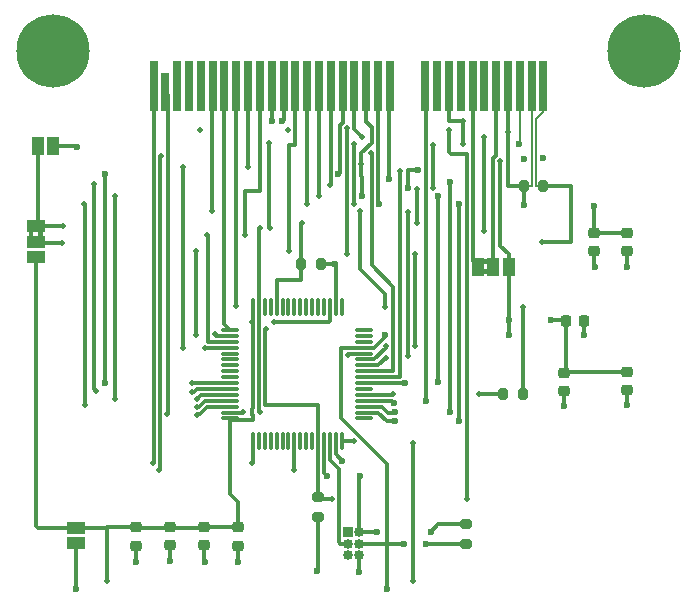
<source format=gbr>
%TF.GenerationSoftware,KiCad,Pcbnew,8.0.6*%
%TF.CreationDate,2024-10-28T16:17:03-03:00*%
%TF.ProjectId,CW312T_STM32F,43573331-3254-45f5-9354-4d3332462e6b,rev?*%
%TF.SameCoordinates,Original*%
%TF.FileFunction,Copper,L1,Top*%
%TF.FilePolarity,Positive*%
%FSLAX46Y46*%
G04 Gerber Fmt 4.6, Leading zero omitted, Abs format (unit mm)*
G04 Created by KiCad (PCBNEW 8.0.6) date 2024-10-28 16:17:03*
%MOMM*%
%LPD*%
G01*
G04 APERTURE LIST*
G04 Aperture macros list*
%AMRoundRect*
0 Rectangle with rounded corners*
0 $1 Rounding radius*
0 $2 $3 $4 $5 $6 $7 $8 $9 X,Y pos of 4 corners*
0 Add a 4 corners polygon primitive as box body*
4,1,4,$2,$3,$4,$5,$6,$7,$8,$9,$2,$3,0*
0 Add four circle primitives for the rounded corners*
1,1,$1+$1,$2,$3*
1,1,$1+$1,$4,$5*
1,1,$1+$1,$6,$7*
1,1,$1+$1,$8,$9*
0 Add four rect primitives between the rounded corners*
20,1,$1+$1,$2,$3,$4,$5,0*
20,1,$1+$1,$4,$5,$6,$7,0*
20,1,$1+$1,$6,$7,$8,$9,0*
20,1,$1+$1,$8,$9,$2,$3,0*%
G04 Aperture macros list end*
%TA.AperFunction,EtchedComponent*%
%ADD10C,0.000000*%
%TD*%
%TA.AperFunction,SMDPad,CuDef*%
%ADD11RoundRect,0.200000X-0.275000X0.200000X-0.275000X-0.200000X0.275000X-0.200000X0.275000X0.200000X0*%
%TD*%
%TA.AperFunction,SMDPad,CuDef*%
%ADD12RoundRect,0.225000X-0.225000X-0.250000X0.225000X-0.250000X0.225000X0.250000X-0.225000X0.250000X0*%
%TD*%
%TA.AperFunction,ConnectorPad*%
%ADD13R,0.700000X4.300000*%
%TD*%
%TA.AperFunction,ConnectorPad*%
%ADD14R,0.700000X3.200000*%
%TD*%
%TA.AperFunction,ComponentPad*%
%ADD15C,1.000000*%
%TD*%
%TA.AperFunction,ComponentPad*%
%ADD16C,6.200000*%
%TD*%
%TA.AperFunction,SMDPad,CuDef*%
%ADD17RoundRect,0.200000X0.200000X0.275000X-0.200000X0.275000X-0.200000X-0.275000X0.200000X-0.275000X0*%
%TD*%
%TA.AperFunction,SMDPad,CuDef*%
%ADD18R,1.500000X1.000000*%
%TD*%
%TA.AperFunction,SMDPad,CuDef*%
%ADD19RoundRect,0.075000X0.662500X0.075000X-0.662500X0.075000X-0.662500X-0.075000X0.662500X-0.075000X0*%
%TD*%
%TA.AperFunction,SMDPad,CuDef*%
%ADD20RoundRect,0.075000X0.075000X0.662500X-0.075000X0.662500X-0.075000X-0.662500X0.075000X-0.662500X0*%
%TD*%
%TA.AperFunction,SMDPad,CuDef*%
%ADD21R,1.000000X1.500000*%
%TD*%
%TA.AperFunction,SMDPad,CuDef*%
%ADD22RoundRect,0.225000X-0.250000X0.225000X-0.250000X-0.225000X0.250000X-0.225000X0.250000X0.225000X0*%
%TD*%
%TA.AperFunction,SMDPad,CuDef*%
%ADD23RoundRect,0.200000X-0.200000X-0.275000X0.200000X-0.275000X0.200000X0.275000X-0.200000X0.275000X0*%
%TD*%
%TA.AperFunction,ComponentPad*%
%ADD24R,0.850000X0.850000*%
%TD*%
%TA.AperFunction,ComponentPad*%
%ADD25O,0.850000X0.850000*%
%TD*%
%TA.AperFunction,ViaPad*%
%ADD26C,0.600000*%
%TD*%
%TA.AperFunction,ViaPad*%
%ADD27C,0.500000*%
%TD*%
%TA.AperFunction,Conductor*%
%ADD28C,0.300000*%
%TD*%
%TA.AperFunction,Conductor*%
%ADD29C,0.200000*%
%TD*%
%TA.AperFunction,Conductor*%
%ADD30C,0.400000*%
%TD*%
G04 APERTURE END LIST*
D10*
%TA.AperFunction,EtchedComponent*%
%TO.C,JP2*%
G36*
X114150000Y-76800000D02*
G01*
X113750000Y-76800000D01*
X113750000Y-76300000D01*
X114150000Y-76300000D01*
X114150000Y-76800000D01*
G37*
%TD.AperFunction*%
%TA.AperFunction,EtchedComponent*%
G36*
X114950000Y-76800000D02*
G01*
X114550000Y-76800000D01*
X114550000Y-76300000D01*
X114950000Y-76300000D01*
X114950000Y-76800000D01*
G37*
%TD.AperFunction*%
%TA.AperFunction,EtchedComponent*%
%TO.C,JP4*%
G36*
X152700000Y-79100000D02*
G01*
X152200000Y-79100000D01*
X152200000Y-78700000D01*
X152700000Y-78700000D01*
X152700000Y-79100000D01*
G37*
%TD.AperFunction*%
%TA.AperFunction,EtchedComponent*%
G36*
X152700000Y-79900000D02*
G01*
X152200000Y-79900000D01*
X152200000Y-79500000D01*
X152700000Y-79500000D01*
X152700000Y-79900000D01*
G37*
%TD.AperFunction*%
%TD*%
D11*
%TO.P,R2,1*%
%TO.N,/BOOT0*%
X138250000Y-98850000D03*
%TO.P,R2,2*%
%TO.N,GND*%
X138250000Y-100500000D03*
%TD*%
D12*
%TO.P,C5,1*%
%TO.N,VCC*%
X159250000Y-83900000D03*
%TO.P,C5,2*%
%TO.N,GND*%
X160800000Y-83900000D03*
%TD*%
D13*
%TO.P,P1,B1,SHUNTL*%
%TO.N,Net-(P1-SHUNTL)*%
X157330000Y-63995000D03*
%TO.P,P1,B2,SHUNTH*%
%TO.N,/FILT_HP*%
X156330000Y-63995000D03*
%TO.P,P1,B3,GND*%
%TO.N,GND*%
X155330000Y-63995000D03*
%TO.P,P1,B4,FILT_HP*%
%TO.N,/FILT_HP*%
X154330000Y-63995000D03*
%TO.P,P1,B5,FILTIN*%
%TO.N,Net-(P1-FILTIN)*%
X153330000Y-63995000D03*
%TO.P,P1,B6,VCC1.0*%
%TO.N,unconnected-(P1-VCC1.0-PadB6)*%
X152330000Y-63995000D03*
%TO.P,P1,B7,VCC1.2*%
%TO.N,Net-(P1-VCC1.2)*%
X151330000Y-63995000D03*
%TO.P,P1,B8,VCC1.8*%
%TO.N,unconnected-(P1-VCC1.8-PadB8)*%
X150330000Y-63995000D03*
%TO.P,P1,B9,GND*%
%TO.N,GND*%
X149330000Y-63995000D03*
%TO.P,P1,B10,IOVREF*%
%TO.N,unconnected-(P1-IOVREF-PadB10)*%
X148330000Y-63995000D03*
%TO.P,P1,B11,LED1*%
%TO.N,/LED1*%
X147330000Y-63995000D03*
%TO.P,P1,B12,LED2*%
%TO.N,/LED2*%
X144330000Y-63995000D03*
%TO.P,P1,B13,LED3*%
%TO.N,/LED3*%
X143330000Y-63995000D03*
%TO.P,P1,B14,nRST*%
%TO.N,/nRST*%
X142330000Y-63995000D03*
%TO.P,P1,B15,GND*%
%TO.N,GND*%
X141330000Y-63995000D03*
%TO.P,P1,B16,GPIO1/TX*%
%TO.N,/TX*%
X140330000Y-63995000D03*
%TO.P,P1,B17,GPIO2/RX*%
%TO.N,/RX*%
X139330000Y-63995000D03*
%TO.P,P1,B18,GPIO3*%
%TO.N,/GPIO3*%
X138330000Y-63995000D03*
%TO.P,P1,B19,GPIO4*%
%TO.N,/GPIO4*%
X137330000Y-63995000D03*
%TO.P,P1,B20,SCK*%
%TO.N,/SCK*%
X136330000Y-63995000D03*
%TO.P,P1,B21,GND*%
%TO.N,GND*%
X135330000Y-63995000D03*
%TO.P,P1,B22,GND*%
X134330000Y-63995000D03*
%TO.P,P1,B23,MISO*%
%TO.N,/MISO*%
X133330000Y-63995000D03*
%TO.P,P1,B24,MOSI*%
%TO.N,/MOSI*%
X132330000Y-63995000D03*
%TO.P,P1,B25,CW_PDIC*%
%TO.N,/BOOT0*%
X131330000Y-63995000D03*
%TO.P,P1,B26,CW_PDID*%
%TO.N,/CS*%
X130330000Y-63995000D03*
%TO.P,P1,B27,CLKOUT*%
%TO.N,Net-(P1-CLKOUT)*%
X129330000Y-63995000D03*
%TO.P,P1,B28,CLKOUT_n*%
%TO.N,unconnected-(P1-CLKOUT_n-PadB28)*%
X128330000Y-63995000D03*
%TO.P,P1,B29,JTAG_TDI*%
%TO.N,/TDI*%
X127330000Y-63995000D03*
%TO.P,P1,B30,JTAG_TDO*%
%TO.N,/TDO*%
X126330000Y-63995000D03*
D14*
%TO.P,P1,B31,JTAG_TMS*%
%TO.N,/TMS*%
X125330000Y-64545000D03*
D13*
%TO.P,P1,B32,JTAG_TCK*%
%TO.N,/TCK*%
X124330000Y-63995000D03*
D15*
%TO.P,P1,MH*%
%TO.N,N/C*%
X113480000Y-61045000D03*
X114170000Y-59385000D03*
X114170000Y-62705000D03*
X115830000Y-58695000D03*
D16*
X115830000Y-61045000D03*
D15*
X115830000Y-63395000D03*
X117490000Y-59385000D03*
X117490000Y-62705000D03*
X118180000Y-61045000D03*
X163480000Y-61045000D03*
X164170000Y-59385000D03*
X164170000Y-62705000D03*
X165830000Y-58705000D03*
D16*
X165830000Y-61045000D03*
D15*
X165830000Y-63405000D03*
X167490000Y-59385000D03*
X167490000Y-62705000D03*
X168180000Y-61045000D03*
%TD*%
D17*
%TO.P,R4,1*%
%TO.N,Net-(P1-SHUNTL)*%
X157300000Y-72500000D03*
%TO.P,R4,2*%
%TO.N,/FILT_HP*%
X155650000Y-72500000D03*
%TD*%
D18*
%TO.P,JP1,1*%
%TO.N,Net-(U1B-VDD_1)*%
X117800000Y-101400000D03*
%TO.P,JP1,2*%
%TO.N,VCC*%
X117800000Y-102700000D03*
%TD*%
D19*
%TO.P,U1,1,VBAT*%
%TO.N,unconnected-(U1B-VBAT-Pad1)*%
X142162500Y-92162500D03*
%TO.P,U1,2,PC13-TAMPER-RTC(PC13)*%
%TO.N,/LED3*%
X142162500Y-91662500D03*
%TO.P,U1,3,PC14-OSC32_IN(PC14)*%
%TO.N,/LED2*%
X142162500Y-91162500D03*
%TO.P,U1,4,PC15-OSC32_OUT(PC15)*%
%TO.N,/LED1*%
X142162500Y-90662500D03*
%TO.P,U1,5,OSC_IN*%
%TO.N,/CLKI*%
X142162500Y-90162500D03*
%TO.P,U1,6,OSC_OUT*%
%TO.N,unconnected-(U1A-OSC_OUT-Pad6)*%
X142162500Y-89662500D03*
%TO.P,U1,7,NRST*%
%TO.N,/nRST*%
X142162500Y-89162500D03*
%TO.P,U1,8,PC0*%
%TO.N,/PC0*%
X142162500Y-88662500D03*
%TO.P,U1,9,PC1*%
%TO.N,/PC1*%
X142162500Y-88162500D03*
%TO.P,U1,10,PC2*%
%TO.N,/PC2*%
X142162500Y-87662500D03*
%TO.P,U1,11,PC3*%
%TO.N,/PC3*%
X142162500Y-87162500D03*
%TO.P,U1,12,VSSA*%
%TO.N,GND*%
X142162500Y-86662500D03*
%TO.P,U1,13,VDDA*%
%TO.N,VCC*%
X142162500Y-86162500D03*
%TO.P,U1,14,PA0-WKUP(PA0)*%
%TO.N,unconnected-(U1A-PA0-WKUP(PA0)-Pad14)*%
X142162500Y-85662500D03*
%TO.P,U1,15,PA1*%
%TO.N,unconnected-(U1A-PA1-Pad15)*%
X142162500Y-85162500D03*
%TO.P,U1,16,PA2*%
%TO.N,unconnected-(U1A-PA2-Pad16)*%
X142162500Y-84662500D03*
D20*
%TO.P,U1,17,PA3*%
%TO.N,unconnected-(U1A-PA3-Pad17)*%
X140250000Y-82750000D03*
%TO.P,U1,18,VSS_4*%
%TO.N,GND*%
X139750000Y-82750000D03*
%TO.P,U1,19,VDD_4*%
%TO.N,Net-(U1B-VDD_1)*%
X139250000Y-82750000D03*
%TO.P,U1,20,PA4*%
%TO.N,unconnected-(U1A-PA4-Pad20)*%
X138750000Y-82750000D03*
%TO.P,U1,21,PA5*%
%TO.N,unconnected-(U1A-PA5-Pad21)*%
X138250000Y-82750000D03*
%TO.P,U1,22,PA6*%
%TO.N,unconnected-(U1A-PA6-Pad22)*%
X137750000Y-82750000D03*
%TO.P,U1,23,PA7*%
%TO.N,unconnected-(U1A-PA7-Pad23)*%
X137250000Y-82750000D03*
%TO.P,U1,24,PC4*%
%TO.N,unconnected-(U1A-PC4-Pad24)*%
X136750000Y-82750000D03*
%TO.P,U1,25,PC5*%
%TO.N,unconnected-(U1A-PC5-Pad25)*%
X136250000Y-82750000D03*
%TO.P,U1,26,PB0*%
%TO.N,unconnected-(U1A-PB0-Pad26)*%
X135750000Y-82750000D03*
%TO.P,U1,27,PB1*%
%TO.N,unconnected-(U1A-PB1-Pad27)*%
X135250000Y-82750000D03*
%TO.P,U1,28,PB2(PB2/BOOT1)*%
%TO.N,/BOOT1*%
X134750000Y-82750000D03*
%TO.P,U1,29,PB10*%
%TO.N,unconnected-(U1A-PB10-Pad29)*%
X134250000Y-82750000D03*
%TO.P,U1,30,PB11*%
%TO.N,unconnected-(U1A-PB11-Pad30)*%
X133750000Y-82750000D03*
%TO.P,U1,31,VSS_1*%
%TO.N,Net-(U1A-VSS_1)*%
X133250000Y-82750000D03*
%TO.P,U1,32,VDD_1*%
%TO.N,Net-(U1B-VDD_1)*%
X132750000Y-82750000D03*
D19*
%TO.P,U1,33,PB12*%
%TO.N,/CS*%
X130837500Y-84662500D03*
%TO.P,U1,34,PB13*%
%TO.N,/SCK*%
X130837500Y-85162500D03*
%TO.P,U1,35,PB14*%
%TO.N,/MISO*%
X130837500Y-85662500D03*
%TO.P,U1,36,PB15*%
%TO.N,/MOSI*%
X130837500Y-86162500D03*
%TO.P,U1,37,PC6*%
%TO.N,unconnected-(U1A-PC6-Pad37)*%
X130837500Y-86662500D03*
%TO.P,U1,38,PC7*%
%TO.N,unconnected-(U1A-PC7-Pad38)*%
X130837500Y-87162500D03*
%TO.P,U1,39,PC8*%
%TO.N,unconnected-(U1A-PC8-Pad39)*%
X130837500Y-87662500D03*
%TO.P,U1,40,PC9*%
%TO.N,unconnected-(U1A-PC9-Pad40)*%
X130837500Y-88162500D03*
%TO.P,U1,41,PA8*%
%TO.N,unconnected-(U1A-PA8-Pad41)*%
X130837500Y-88662500D03*
%TO.P,U1,42,PA9*%
%TO.N,/TX*%
X130837500Y-89162500D03*
%TO.P,U1,43,PA10*%
%TO.N,/RX*%
X130837500Y-89662500D03*
%TO.P,U1,44,PA11*%
%TO.N,/GPIO3*%
X130837500Y-90162500D03*
%TO.P,U1,45,PA12*%
%TO.N,/GPIO4*%
X130837500Y-90662500D03*
%TO.P,U1,46,PA13(JTMS/SWCLK)*%
%TO.N,/TMS*%
X130837500Y-91162500D03*
%TO.P,U1,47,VSS_2*%
%TO.N,Net-(U1A-VSS_1)*%
X130837500Y-91662500D03*
%TO.P,U1,48,VDD_2*%
%TO.N,Net-(U1B-VDD_1)*%
X130837500Y-92162500D03*
D20*
%TO.P,U1,49,PA14(JTCK/SWCLK)*%
%TO.N,/TCK*%
X132750000Y-94075000D03*
%TO.P,U1,50,PA15(JTDI)*%
%TO.N,/TD1*%
X133250000Y-94075000D03*
%TO.P,U1,51,PC10*%
%TO.N,unconnected-(U1A-PC10-Pad51)*%
X133750000Y-94075000D03*
%TO.P,U1,52,PC11*%
%TO.N,unconnected-(U1A-PC11-Pad52)*%
X134250000Y-94075000D03*
%TO.P,U1,53,PC12*%
%TO.N,unconnected-(U1A-PC12-Pad53)*%
X134750000Y-94075000D03*
%TO.P,U1,54,PD2*%
%TO.N,unconnected-(U1A-PD2-Pad54)*%
X135250000Y-94075000D03*
%TO.P,U1,55,PB3(JTDO)*%
%TO.N,/TD0*%
X135750000Y-94075000D03*
%TO.P,U1,56,PB4(NJTRST)*%
%TO.N,/TRST*%
X136250000Y-94075000D03*
%TO.P,U1,57,PB5*%
%TO.N,unconnected-(U1A-PB5-Pad57)*%
X136750000Y-94075000D03*
%TO.P,U1,58,PB6*%
%TO.N,unconnected-(U1A-PB6-Pad58)*%
X137250000Y-94075000D03*
%TO.P,U1,59,PB7*%
%TO.N,unconnected-(U1A-PB7-Pad59)*%
X137750000Y-94075000D03*
%TO.P,U1,60,BOOT0*%
%TO.N,/BOOT0*%
X138250000Y-94075000D03*
%TO.P,U1,61,PB8*%
%TO.N,/CAN RX*%
X138750000Y-94075000D03*
%TO.P,U1,62,PB9*%
%TO.N,/CAN TX*%
X139250000Y-94075000D03*
%TO.P,U1,63,VSS_3*%
%TO.N,GND*%
X139750000Y-94075000D03*
%TO.P,U1,64,VDD_3*%
%TO.N,Net-(U1B-VDD_1)*%
X140250000Y-94075000D03*
%TD*%
D21*
%TO.P,JP3,1*%
%TO.N,GND*%
X115800000Y-69100000D03*
%TO.P,JP3,2*%
%TO.N,Net-(U1A-VSS_1)*%
X114500000Y-69100000D03*
%TD*%
D22*
%TO.P,C3,1*%
%TO.N,/FILT_HP*%
X164400000Y-76450000D03*
%TO.P,C3,2*%
%TO.N,GND*%
X164400000Y-78000000D03*
%TD*%
%TO.P,C2,1*%
%TO.N,VCC*%
X159100000Y-88275000D03*
%TO.P,C2,2*%
%TO.N,GND*%
X159100000Y-89825000D03*
%TD*%
D11*
%TO.P,R3,1*%
%TO.N,/CAN RX*%
X150750000Y-101100000D03*
%TO.P,R3,2*%
%TO.N,VCC*%
X150750000Y-102750000D03*
%TD*%
D22*
%TO.P,C4,1*%
%TO.N,/FILT_HP*%
X161650000Y-76450000D03*
%TO.P,C4,2*%
%TO.N,GND*%
X161650000Y-78000000D03*
%TD*%
%TO.P,C1,1*%
%TO.N,VCC*%
X164400000Y-88200000D03*
%TO.P,C1,2*%
%TO.N,GND*%
X164400000Y-89750000D03*
%TD*%
D17*
%TO.P,R5,1*%
%TO.N,Net-(P1-CLKOUT)*%
X155600000Y-90100000D03*
%TO.P,R5,2*%
%TO.N,/CLKI*%
X153950000Y-90100000D03*
%TD*%
D18*
%TO.P,JP2,1*%
%TO.N,Net-(U1A-VSS_1)*%
X114350000Y-75900000D03*
%TO.P,JP2,2*%
%TO.N,Net-(P1-SHUNTL)*%
X114350000Y-77200000D03*
%TO.P,JP2,3*%
%TO.N,Net-(U1B-VDD_1)*%
X114350000Y-78500000D03*
%TD*%
D22*
%TO.P,C8,1*%
%TO.N,Net-(U1B-VDD_1)*%
X125700000Y-101350000D03*
%TO.P,C8,2*%
%TO.N,GND*%
X125700000Y-102900000D03*
%TD*%
D23*
%TO.P,R1,1*%
%TO.N,/BOOT1*%
X136850000Y-79100000D03*
%TO.P,R1,2*%
%TO.N,GND*%
X138500000Y-79100000D03*
%TD*%
D24*
%TO.P,J1,1*%
%TO.N,unconnected-(J1-Pad1)*%
X140750000Y-101750000D03*
D25*
%TO.P,J1,2*%
%TO.N,/CAN RX*%
X141750000Y-101750000D03*
%TO.P,J1,3*%
%TO.N,/CAN TX*%
X140750000Y-102750000D03*
%TO.P,J1,4*%
%TO.N,VCC*%
X141750000Y-102750000D03*
%TO.P,J1,5*%
%TO.N,unconnected-(J1-Pad5)*%
X140750000Y-103750000D03*
%TO.P,J1,6*%
%TO.N,GND*%
X141750000Y-103750000D03*
%TD*%
D22*
%TO.P,C7,1*%
%TO.N,Net-(U1B-VDD_1)*%
X128600000Y-101325000D03*
%TO.P,C7,2*%
%TO.N,GND*%
X128600000Y-102875000D03*
%TD*%
%TO.P,C6,1*%
%TO.N,Net-(U1B-VDD_1)*%
X131500000Y-101375000D03*
%TO.P,C6,2*%
%TO.N,GND*%
X131500000Y-102925000D03*
%TD*%
%TO.P,C9,1*%
%TO.N,Net-(U1B-VDD_1)*%
X122850000Y-101375000D03*
%TO.P,C9,2*%
%TO.N,GND*%
X122850000Y-102925000D03*
%TD*%
D21*
%TO.P,JP4,1*%
%TO.N,Net-(P1-VCC1.2)*%
X151800000Y-79300000D03*
%TO.P,JP4,2*%
%TO.N,Net-(P1-FILTIN)*%
X153100000Y-79300000D03*
%TO.P,JP4,3*%
%TO.N,VCC*%
X154400000Y-79300000D03*
%TD*%
D26*
%TO.N,GND*%
X135200000Y-67000000D03*
X134330000Y-67000000D03*
X146730000Y-71100000D03*
X145851668Y-72650000D03*
D27*
X150515000Y-66985000D03*
D26*
X155300000Y-68900000D03*
X157330000Y-70100000D03*
X155730000Y-70200000D03*
D27*
%TO.N,VCC*%
X152300000Y-68300000D03*
D26*
X147400000Y-102750000D03*
X158000000Y-83800000D03*
X143900000Y-85100000D03*
X144100000Y-106600000D03*
X154400000Y-83800000D03*
D27*
X134100000Y-68800000D03*
D26*
X117800000Y-106600000D03*
D27*
X152300000Y-76300000D03*
X134200000Y-76000000D03*
X153700000Y-70400000D03*
D26*
X154400000Y-85100000D03*
X145500000Y-102750000D03*
%TO.N,GND*%
X122800000Y-104275000D03*
D27*
X140800000Y-86762500D03*
D26*
X140319240Y-95780760D03*
X117850000Y-69150000D03*
X125700000Y-104262500D03*
D27*
X135730000Y-67700000D03*
D26*
X161700000Y-79300000D03*
D27*
X128300000Y-67700000D03*
D26*
X164400000Y-91050000D03*
X164400000Y-79300000D03*
D27*
X142000000Y-68300000D03*
X150500000Y-68900000D03*
D26*
X131500000Y-104275000D03*
X128650000Y-104275000D03*
X159100000Y-91100000D03*
X141700000Y-105200000D03*
X160800000Y-85100000D03*
X138200000Y-105100000D03*
X139700000Y-79100000D03*
D27*
%TO.N,/FILT_HP*%
X154330000Y-67900000D03*
D26*
X155700000Y-74100000D03*
X161650000Y-74150000D03*
D27*
%TO.N,Net-(U1B-VDD_1)*%
X120400000Y-105900000D03*
X146300000Y-94200000D03*
X146300000Y-105900000D03*
X132650000Y-84000000D03*
X141300000Y-94100000D03*
X134500000Y-84000000D03*
D26*
%TO.N,/CAN RX*%
X139000000Y-97000000D03*
X147800000Y-101750000D03*
X143250000Y-101750000D03*
X141800000Y-97000000D03*
D27*
%TO.N,Net-(U1A-VSS_1)*%
X133300000Y-91600000D03*
X131900000Y-91600000D03*
X116650000Y-75900000D03*
X133300000Y-76000000D03*
%TO.N,Net-(P1-SHUNTL)*%
X116600000Y-77300000D03*
X157200000Y-77200000D03*
%TO.N,/PC3*%
X146500000Y-78200000D03*
X144000000Y-86014147D03*
X146500000Y-86000000D03*
X140700000Y-78200000D03*
X140730000Y-67596092D03*
D26*
%TO.N,/TX*%
X139980000Y-71500000D03*
X120200000Y-71500000D03*
X120200000Y-89200000D03*
D27*
X127600000Y-89200000D03*
%TO.N,/BOOT1*%
X136930000Y-75600000D03*
X147980000Y-69000000D03*
X147980000Y-72678630D03*
X146600000Y-72700000D03*
X146600000Y-75600000D03*
%TO.N,/PC1*%
X142730000Y-69718528D03*
D26*
%TO.N,/LED2*%
X149400000Y-91600000D03*
X149400000Y-72100000D03*
X144800000Y-91599997D03*
X144280000Y-71850000D03*
D27*
%TO.N,/TCK*%
X132700000Y-95900000D03*
X124300000Y-95900000D03*
D26*
%TO.N,/nRST*%
X148400000Y-89100000D03*
X145600000Y-89200000D03*
X142000000Y-73300000D03*
D27*
X141930000Y-70615585D03*
D26*
X148400000Y-73300000D03*
%TO.N,/LED3*%
X150200000Y-74000000D03*
X150200000Y-92400000D03*
X144800000Y-92400000D03*
X143450000Y-74000000D03*
D27*
%TO.N,/BOOT0*%
X131330000Y-82600000D03*
X133850000Y-84600000D03*
X150900000Y-99000000D03*
X149330001Y-67700000D03*
X139425000Y-99000000D03*
%TO.N,/GPIO3*%
X138300000Y-73300000D03*
X121100000Y-90500000D03*
X128013051Y-90473899D03*
X121100000Y-73300000D03*
%TO.N,/TRST*%
X136200000Y-96500000D03*
X124930000Y-69900000D03*
X124800000Y-96500000D03*
%TO.N,/PC0*%
X145200000Y-71200000D03*
%TO.N,/PC2*%
X141296572Y-68900000D03*
X145837500Y-86900000D03*
X141305024Y-74000000D03*
X144000000Y-87014147D03*
X145837500Y-74700000D03*
%TO.N,/MISO*%
X128850000Y-76600000D03*
X132050000Y-76600000D03*
D26*
%TO.N,/LED1*%
X147400000Y-90700000D03*
X144668480Y-90810880D03*
D27*
%TO.N,/SCK*%
X127900000Y-78000000D03*
X135800000Y-78000000D03*
X127900000Y-85100000D03*
X129511274Y-85022493D03*
%TO.N,/TMS*%
X127974234Y-91873332D03*
X125500000Y-91800000D03*
%TO.N,/MOSI*%
X128677165Y-86219586D03*
X126800000Y-86200000D03*
X126800000Y-70900000D03*
X132300000Y-70900000D03*
%TO.N,Net-(P1-CLKOUT)*%
X129300000Y-74600000D03*
X141800000Y-74600000D03*
X155600000Y-82700000D03*
X143900000Y-82700000D03*
%TO.N,/GPIO4*%
X137300000Y-74000000D03*
X118450000Y-74000000D03*
X127998463Y-91173749D03*
X118500000Y-91000000D03*
%TO.N,/RX*%
X139300000Y-72400000D03*
X119300000Y-72300000D03*
X127600000Y-89900000D03*
X119450000Y-89850000D03*
%TO.N,/CLKI*%
X151900000Y-90100000D03*
X144596564Y-90064333D03*
%TD*%
D28*
%TO.N,Net-(U1B-VDD_1)*%
X139200000Y-84000000D02*
X134500000Y-84000000D01*
X139250000Y-83950000D02*
X139200000Y-84000000D01*
X139250000Y-82750000D02*
X139250000Y-83950000D01*
%TO.N,GND*%
X150500000Y-68900000D02*
X150500000Y-67000000D01*
X149330000Y-67000000D02*
X149330000Y-63995000D01*
X150500000Y-67000000D02*
X149330000Y-67000000D01*
X150515000Y-66985000D02*
X150500000Y-67000000D01*
%TO.N,/BOOT0*%
X149500000Y-69780000D02*
X150830000Y-69780000D01*
X149330001Y-67700000D02*
X149330001Y-69610001D01*
X149330001Y-69610001D02*
X149500000Y-69780000D01*
%TO.N,/MISO*%
X132050000Y-72950000D02*
X132050000Y-76600000D01*
X133330000Y-72900000D02*
X132100000Y-72900000D01*
X132100000Y-72900000D02*
X132050000Y-72950000D01*
X133330000Y-63995000D02*
X133330000Y-72900000D01*
%TO.N,/BOOT0*%
X131330000Y-82600000D02*
X131330000Y-63995000D01*
%TO.N,/nRST*%
X142330000Y-67030000D02*
X142330000Y-63995000D01*
X142800000Y-67500000D02*
X142330000Y-67030000D01*
X141930000Y-69669999D02*
X142800000Y-68799999D01*
X141930000Y-70615585D02*
X141930000Y-69669999D01*
X142800000Y-68799999D02*
X142800000Y-67500000D01*
X141930000Y-71651471D02*
X142000000Y-71721471D01*
X141930000Y-70615585D02*
X141930000Y-71651471D01*
X142000000Y-71721471D02*
X142000000Y-73300000D01*
%TO.N,GND*%
X135330000Y-66870000D02*
X135200000Y-67000000D01*
X135330000Y-63995000D02*
X135330000Y-66870000D01*
X134330000Y-67000000D02*
X134330000Y-63995000D01*
%TO.N,/PC1*%
X144600000Y-88162500D02*
X142162500Y-88162500D01*
X142800000Y-69788528D02*
X142800000Y-79200000D01*
X142730000Y-69718528D02*
X142800000Y-69788528D01*
X142800000Y-79200000D02*
X144600000Y-81000000D01*
X144600000Y-81000000D02*
X144600000Y-88162500D01*
%TO.N,Net-(P1-CLKOUT)*%
X141800000Y-79500000D02*
X141800000Y-74600000D01*
X143900000Y-82700000D02*
X143900000Y-81600000D01*
X143900000Y-81600000D02*
X141800000Y-79500000D01*
%TO.N,GND*%
X145851668Y-72650000D02*
X145851668Y-71100000D01*
X145851668Y-71100000D02*
X146730000Y-71100000D01*
%TO.N,/PC0*%
X145200000Y-88644239D02*
X145181739Y-88662500D01*
X145181739Y-88662500D02*
X142162500Y-88662500D01*
X145200000Y-71200000D02*
X145200000Y-88644239D01*
%TO.N,/TX*%
X140130000Y-71350000D02*
X139980000Y-71500000D01*
X140330000Y-67147563D02*
X140130000Y-67347563D01*
X140130000Y-67347563D02*
X140130000Y-71350000D01*
X140330000Y-63995000D02*
X140330000Y-67147563D01*
%TO.N,Net-(P1-FILTIN)*%
X153300000Y-64025000D02*
X153330000Y-63995000D01*
X153300000Y-69951471D02*
X153300000Y-64025000D01*
X153100000Y-70151471D02*
X153300000Y-69951471D01*
X153100000Y-79300000D02*
X153100000Y-70151471D01*
%TO.N,/SCK*%
X136330000Y-69000000D02*
X136330000Y-63995000D01*
X135800000Y-69000000D02*
X136330000Y-69000000D01*
X135800000Y-78000000D02*
X135800000Y-69000000D01*
%TO.N,/PC3*%
X140696572Y-67629520D02*
X140730000Y-67596092D01*
X140696572Y-69148529D02*
X140696572Y-67629520D01*
X140700000Y-69151957D02*
X140696572Y-69148529D01*
X140700000Y-78200000D02*
X140700000Y-69151957D01*
X146500000Y-86000000D02*
X146500000Y-78200000D01*
%TO.N,/LED2*%
X149400000Y-91600000D02*
X149400000Y-72100000D01*
%TO.N,/BOOT1*%
X148000000Y-69020000D02*
X147980000Y-69000000D01*
X148000000Y-72658630D02*
X148000000Y-69020000D01*
X147980000Y-72678630D02*
X148000000Y-72658630D01*
X146600000Y-75600000D02*
X146600000Y-72700000D01*
%TO.N,/LED3*%
X143330000Y-73880000D02*
X143330000Y-63995000D01*
X143450000Y-74000000D02*
X143330000Y-73880000D01*
%TO.N,/nRST*%
X148400000Y-73300000D02*
X148400000Y-89100000D01*
%TO.N,/LED2*%
X144230000Y-71800000D02*
X144230000Y-63995000D01*
X144280000Y-71850000D02*
X144230000Y-71800000D01*
%TO.N,/PC2*%
X145837500Y-74700000D02*
X145837500Y-86900000D01*
X141330000Y-68933428D02*
X141296572Y-68900000D01*
X141305024Y-74000000D02*
X141330000Y-73975024D01*
X141330000Y-73975024D02*
X141330000Y-68933428D01*
%TO.N,GND*%
X141330000Y-67630000D02*
X141330000Y-63995000D01*
X142000000Y-68300000D02*
X141330000Y-67630000D01*
D29*
X155330000Y-68870000D02*
X155300000Y-68900000D01*
X155330000Y-63995000D02*
X155330000Y-68870000D01*
D28*
%TO.N,Net-(U1B-VDD_1)*%
X132750000Y-92300000D02*
X130975000Y-92300000D01*
X132750000Y-91898529D02*
X132750000Y-92300000D01*
X130975000Y-92300000D02*
X130837500Y-92162500D01*
X132700000Y-91351471D02*
X132700000Y-91848529D01*
X132750000Y-82750000D02*
X132750000Y-91301471D01*
X132750000Y-91301471D02*
X132700000Y-91351471D01*
X132700000Y-91848529D02*
X132750000Y-91898529D01*
%TO.N,/BOOT1*%
X136850000Y-80350000D02*
X136850000Y-79100000D01*
X134750000Y-80400000D02*
X136800000Y-80400000D01*
X134750000Y-82750000D02*
X134750000Y-80400000D01*
X136800000Y-80400000D02*
X136850000Y-80350000D01*
%TO.N,VCC*%
X143003120Y-86162500D02*
X142162500Y-86162500D01*
X154400000Y-79300000D02*
X154400000Y-83800000D01*
D29*
X159100000Y-88275000D02*
X159100000Y-88200000D01*
D28*
X153700000Y-70400000D02*
X153700000Y-77550000D01*
X143900000Y-85100000D02*
X143900000Y-85265620D01*
X140200000Y-92100000D02*
X144100000Y-96000000D01*
X117800000Y-102700000D02*
X117800000Y-106600000D01*
X143900000Y-102750000D02*
X144500000Y-102750000D01*
D29*
X159175000Y-88200000D02*
X159100000Y-88275000D01*
D28*
X154400000Y-85100000D02*
X154400000Y-83800000D01*
X134100000Y-75900000D02*
X134200000Y-76000000D01*
D29*
X159150000Y-83800000D02*
X159250000Y-83900000D01*
D28*
X134100000Y-68800000D02*
X134100000Y-75900000D01*
X144100000Y-106600000D02*
X144100000Y-102950000D01*
X141750000Y-102750000D02*
X143900000Y-102750000D01*
D29*
X144100000Y-102950000D02*
X143900000Y-102750000D01*
X159100000Y-88200000D02*
X159250000Y-88050000D01*
D28*
X159250000Y-88050000D02*
X159250000Y-83900000D01*
X144500000Y-102750000D02*
X145500000Y-102750000D01*
X150750000Y-102750000D02*
X147400000Y-102750000D01*
X158000000Y-83800000D02*
X159150000Y-83800000D01*
X142162500Y-86162500D02*
X140200000Y-86162500D01*
X154400000Y-78250000D02*
X154400000Y-79300000D01*
X143900000Y-85265620D02*
X143003120Y-86162500D01*
X153700000Y-77550000D02*
X154400000Y-78250000D01*
X140200000Y-86162500D02*
X140200000Y-92100000D01*
X152300000Y-68300000D02*
X152300000Y-76300000D01*
X144100000Y-96000000D02*
X144100000Y-102950000D01*
X164400000Y-88200000D02*
X159175000Y-88200000D01*
%TO.N,GND*%
X139750000Y-95211520D02*
X139750000Y-94075000D01*
D29*
X122850000Y-104225000D02*
X122800000Y-104275000D01*
X138137500Y-100250000D02*
X138250000Y-100362500D01*
D28*
X160800000Y-83900000D02*
X160800000Y-85100000D01*
X125700000Y-102937500D02*
X125700000Y-104262500D01*
X138500000Y-79100000D02*
X139700000Y-79100000D01*
D29*
X138200000Y-105100000D02*
X138250000Y-105050000D01*
X141750000Y-105150000D02*
X141700000Y-105200000D01*
D28*
X140900000Y-86662500D02*
X140800000Y-86762500D01*
X164400000Y-78000000D02*
X164400000Y-79300000D01*
D29*
X117800000Y-69100000D02*
X117850000Y-69150000D01*
D28*
X131500000Y-102925000D02*
X131500000Y-104275000D01*
D29*
X128600000Y-104225000D02*
X128650000Y-104275000D01*
D28*
X128600000Y-102875000D02*
X128600000Y-104225000D01*
X159100000Y-89825000D02*
X159100000Y-91100000D01*
X164400000Y-89750000D02*
X164400000Y-91050000D01*
D29*
X139750000Y-79150000D02*
X139700000Y-79100000D01*
D28*
X138250000Y-105050000D02*
X138250000Y-100500000D01*
X122850000Y-102925000D02*
X122850000Y-104225000D01*
X139750000Y-82750000D02*
X139750000Y-79150000D01*
D29*
X161650000Y-79250000D02*
X161700000Y-79300000D01*
D28*
X140319240Y-95780760D02*
X139750000Y-95211520D01*
X161650000Y-78000000D02*
X161650000Y-79250000D01*
X115800000Y-69100000D02*
X117800000Y-69100000D01*
X141750000Y-103750000D02*
X141750000Y-105150000D01*
X142162500Y-86662500D02*
X140900000Y-86662500D01*
%TO.N,/FILT_HP*%
X154330000Y-67900000D02*
X154330000Y-63995000D01*
X161650000Y-74150000D02*
X161650000Y-76450000D01*
D29*
X156330000Y-63995000D02*
X156330000Y-72500000D01*
X155650000Y-74050000D02*
X155700000Y-74100000D01*
D28*
X154330000Y-71100000D02*
X154330000Y-67900000D01*
X154330000Y-72500000D02*
X154330000Y-71100000D01*
X161650000Y-76450000D02*
X164400000Y-76450000D01*
X155650000Y-72500000D02*
X154330000Y-72500000D01*
D29*
X156330000Y-72500000D02*
X155650000Y-72500000D01*
D28*
X155650000Y-72500000D02*
X155650000Y-74050000D01*
D29*
%TO.N,Net-(U1B-VDD_1)*%
X128600000Y-101325000D02*
X128525000Y-101400000D01*
D28*
X131500000Y-99200000D02*
X131500000Y-101175000D01*
D29*
X126150000Y-101337500D02*
X126200000Y-101387500D01*
D28*
X126300000Y-101400000D02*
X122875000Y-101400000D01*
X131500000Y-101175000D02*
X131600000Y-101275000D01*
X146300000Y-94200000D02*
X146300000Y-105900000D01*
X114500000Y-101400000D02*
X117800000Y-101400000D01*
X114400000Y-94300000D02*
X114400000Y-101300000D01*
D29*
X126200000Y-101387500D02*
X126300000Y-101387500D01*
X126175000Y-101362500D02*
X126200000Y-101387500D01*
D28*
X141275000Y-94075000D02*
X141300000Y-94100000D01*
X140250000Y-94075000D02*
X141275000Y-94075000D01*
X120400000Y-105900000D02*
X120400000Y-101400000D01*
X131500000Y-101375000D02*
X129100000Y-101375000D01*
X130837500Y-92162500D02*
X130837500Y-98537500D01*
D29*
X128650000Y-101375000D02*
X128600000Y-101325000D01*
D28*
X114400000Y-78550000D02*
X114400000Y-94400000D01*
X114400000Y-101300000D02*
X114500000Y-101400000D01*
D29*
X122875000Y-101400000D02*
X122850000Y-101375000D01*
D28*
X120400000Y-101400000D02*
X117800000Y-101400000D01*
X114350000Y-78500000D02*
X114400000Y-78550000D01*
X122850000Y-101375000D02*
X120400000Y-101375000D01*
X128975000Y-101400000D02*
X126300000Y-101400000D01*
X130837500Y-98537500D02*
X131500000Y-99200000D01*
D29*
%TO.N,/CAN RX*%
X138750000Y-96750000D02*
X139000000Y-97000000D01*
D28*
X148450000Y-101100000D02*
X150750000Y-101100000D01*
X138750000Y-94075000D02*
X138750000Y-96750000D01*
X147800000Y-101750000D02*
X148450000Y-101100000D01*
D30*
X141800000Y-101700000D02*
X141750000Y-101750000D01*
X141800000Y-97000000D02*
X141750000Y-97050000D01*
D28*
X141750000Y-97050000D02*
X141750000Y-101750000D01*
X141750000Y-101750000D02*
X143250000Y-101750000D01*
D29*
%TO.N,/CAN TX*%
X140025000Y-102626040D02*
X140148960Y-102750000D01*
D28*
X139250000Y-94075000D02*
X139250000Y-95701471D01*
X139250000Y-95701471D02*
X140025000Y-96476471D01*
X140148960Y-102750000D02*
X140750000Y-102750000D01*
X140025000Y-96476471D02*
X140025000Y-102626040D01*
%TO.N,Net-(U1A-VSS_1)*%
X133300000Y-91600000D02*
X133250000Y-91550000D01*
X133300000Y-76000000D02*
X133250000Y-76050000D01*
X114500000Y-69100000D02*
X114500000Y-75750000D01*
X131900000Y-91600000D02*
X131837500Y-91662500D01*
X131837500Y-91662500D02*
X130837500Y-91662500D01*
X114500000Y-75750000D02*
X114450000Y-75800000D01*
X114550000Y-75900000D02*
X114450000Y-75800000D01*
X133250000Y-76050000D02*
X133250000Y-82750000D01*
X133250000Y-91550000D02*
X133250000Y-82750000D01*
X116650000Y-75900000D02*
X114550000Y-75900000D01*
D29*
X114300000Y-75950000D02*
X114350000Y-75900000D01*
X114350000Y-75900000D02*
X114450000Y-75800000D01*
D28*
%TO.N,Net-(P1-SHUNTL)*%
X157300000Y-72500000D02*
X159700000Y-72500000D01*
D29*
X156730000Y-72500000D02*
X157300000Y-72500000D01*
D28*
X116600000Y-77300000D02*
X114450000Y-77300000D01*
X114450000Y-77300000D02*
X114350000Y-77200000D01*
D29*
X157330000Y-66195000D02*
X156730000Y-66795000D01*
D28*
X159700000Y-72500000D02*
X159700000Y-77200000D01*
D30*
X157300000Y-72500000D02*
X157300000Y-72300000D01*
D29*
X156730000Y-66795000D02*
X156730000Y-72500000D01*
X157330000Y-63995000D02*
X157330000Y-66195000D01*
D28*
X159700000Y-77200000D02*
X157200000Y-77200000D01*
%TO.N,Net-(P1-VCC1.2)*%
X151330000Y-78830000D02*
X151330000Y-63995000D01*
X151800000Y-79300000D02*
X151330000Y-78830000D01*
%TO.N,/PC3*%
X144000000Y-86014147D02*
X144000000Y-86165620D01*
X144000000Y-86165620D02*
X143003120Y-87162500D01*
X143003120Y-87162500D02*
X142162500Y-87162500D01*
%TO.N,/TX*%
X120200000Y-89200000D02*
X120200000Y-71500000D01*
X127637500Y-89162500D02*
X130837500Y-89162500D01*
X127600000Y-89200000D02*
X127637500Y-89162500D01*
D30*
%TO.N,/BOOT1*%
X136800000Y-79050000D02*
X136850000Y-79100000D01*
D28*
X136850000Y-75680000D02*
X136850000Y-79100000D01*
D29*
X136930000Y-75600000D02*
X136850000Y-75680000D01*
D28*
%TO.N,/PC1*%
X141800000Y-88162500D02*
X142300000Y-88162500D01*
X142162500Y-88162500D02*
X141800000Y-88162500D01*
%TO.N,/LED2*%
X144699997Y-91700000D02*
X144800000Y-91599997D01*
X143662500Y-91162500D02*
X144200000Y-91700000D01*
X144200000Y-91700000D02*
X144699997Y-91700000D01*
X142162500Y-91162500D02*
X143662500Y-91162500D01*
%TO.N,/TCK*%
X132750000Y-95850000D02*
X132700000Y-95900000D01*
X124330000Y-95870000D02*
X124330000Y-63995000D01*
X124300000Y-95900000D02*
X124330000Y-95870000D01*
X132750000Y-94075000D02*
X132750000Y-95850000D01*
D29*
%TO.N,/nRST*%
X143962500Y-89162500D02*
X142162500Y-89162500D01*
D28*
X142162500Y-89162500D02*
X143003120Y-89162500D01*
X143040620Y-89200000D02*
X145600000Y-89200000D01*
X143003120Y-89162500D02*
X143040620Y-89200000D01*
%TO.N,/LED3*%
X143362500Y-91662500D02*
X144100000Y-92400000D01*
X144100000Y-92400000D02*
X144800000Y-92400000D01*
X142162500Y-91662500D02*
X143362500Y-91662500D01*
X150200000Y-74000000D02*
X150200000Y-92400000D01*
%TO.N,/BOOT0*%
X139425000Y-99000000D02*
X138400000Y-99000000D01*
X150880000Y-69830000D02*
X150880000Y-98980000D01*
X133750000Y-91000000D02*
X138250000Y-91000000D01*
X133750000Y-84700000D02*
X133750000Y-91000000D01*
X138250000Y-94075000D02*
X138250000Y-99012500D01*
X138250000Y-91000000D02*
X138250000Y-94075000D01*
D29*
X150880000Y-98980000D02*
X150900000Y-99000000D01*
X138400000Y-99000000D02*
X138250000Y-98850000D01*
D28*
X133850000Y-84600000D02*
X133750000Y-84700000D01*
D29*
X138150000Y-98750000D02*
X138250000Y-98850000D01*
D28*
%TO.N,/GPIO3*%
X138330000Y-63995000D02*
X138300000Y-64025000D01*
X128324450Y-90162500D02*
X130837500Y-90162500D01*
X128013051Y-90473899D02*
X128324450Y-90162500D01*
X138330000Y-73270000D02*
X138300000Y-73300000D01*
X121100000Y-90500000D02*
X121100000Y-73300000D01*
X138300000Y-64025000D02*
X138300000Y-73300000D01*
%TO.N,/TRST*%
X136250000Y-96450000D02*
X136200000Y-96500000D01*
X124900000Y-96400000D02*
X124900000Y-69930000D01*
X124800000Y-96500000D02*
X124900000Y-96400000D01*
X124900000Y-69930000D02*
X124930000Y-69900000D01*
X136250000Y-94075000D02*
X136250000Y-96450000D01*
%TO.N,/CS*%
X130330000Y-84155000D02*
X130330000Y-63995000D01*
X130837500Y-84662500D02*
X130330000Y-84155000D01*
%TO.N,/PC2*%
X142162500Y-87662500D02*
X143351647Y-87662500D01*
X143351647Y-87662500D02*
X144000000Y-87014147D01*
%TO.N,/MISO*%
X128900000Y-85662500D02*
X130837500Y-85662500D01*
X128900000Y-76650000D02*
X128900000Y-85662500D01*
X128850000Y-76600000D02*
X128900000Y-76650000D01*
%TO.N,/LED1*%
X144668480Y-90810880D02*
X144520100Y-90662500D01*
X147380000Y-90380000D02*
X147380000Y-64045000D01*
X144520100Y-90662500D02*
X142162500Y-90662500D01*
%TO.N,/SCK*%
X130837500Y-85162500D02*
X129651281Y-85162500D01*
X129651281Y-85162500D02*
X129511274Y-85022493D01*
X127900000Y-78000000D02*
X127900000Y-85100000D01*
%TO.N,/TMS*%
X127974234Y-91873332D02*
X127974234Y-91773749D01*
X125530000Y-64745000D02*
X125530000Y-91770000D01*
X127974234Y-91773749D02*
X128268836Y-91773749D01*
X128880085Y-91162500D02*
X130837500Y-91162500D01*
X125330000Y-64545000D02*
X125530000Y-64745000D01*
X125530000Y-91770000D02*
X125500000Y-91800000D01*
X128268836Y-91773749D02*
X128880085Y-91162500D01*
%TO.N,/MOSI*%
X128677165Y-86219586D02*
X128734251Y-86162500D01*
X126800000Y-86200000D02*
X126800000Y-70900000D01*
X132330000Y-70870000D02*
X132330000Y-63995000D01*
X132300000Y-70900000D02*
X132330000Y-70870000D01*
X128734251Y-86162500D02*
X130837500Y-86162500D01*
%TO.N,Net-(P1-CLKOUT)*%
X129300000Y-64025000D02*
X129330000Y-63995000D01*
X129300000Y-74600000D02*
X129300000Y-64025000D01*
X155600000Y-82700000D02*
X155600000Y-90100000D01*
%TO.N,/GPIO4*%
X128161730Y-91173749D02*
X128672979Y-90662500D01*
X137330000Y-73970000D02*
X137300000Y-74000000D01*
X128672979Y-90662500D02*
X130837500Y-90662500D01*
X127998463Y-91173749D02*
X128161730Y-91173749D01*
X137330000Y-63995000D02*
X137330000Y-73970000D01*
X118500000Y-91000000D02*
X118500000Y-74000000D01*
%TO.N,/RX*%
X127600000Y-89900000D02*
X127748529Y-89900000D01*
X119450000Y-89850000D02*
X119300000Y-89700000D01*
X127986029Y-89662500D02*
X130837500Y-89662500D01*
X139330000Y-63995000D02*
X139330000Y-72370000D01*
X139330000Y-72370000D02*
X139300000Y-72400000D01*
X127748529Y-89900000D02*
X127986029Y-89662500D01*
X119300000Y-89700000D02*
X119300000Y-72300000D01*
D29*
%TO.N,/CLKI*%
X153850000Y-90200000D02*
X153950000Y-90100000D01*
X144596564Y-90064333D02*
X144498397Y-90162500D01*
D28*
X153950000Y-90100000D02*
X151900000Y-90100000D01*
X144498397Y-90162500D02*
X142162500Y-90162500D01*
%TD*%
M02*

</source>
